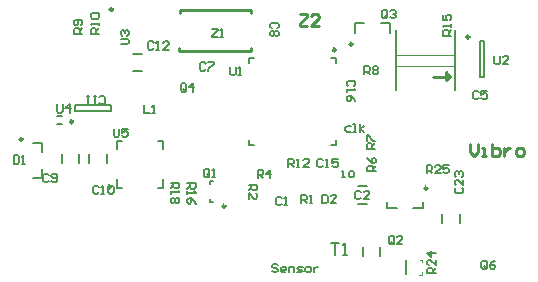
<source format=gto>
%FSLAX25Y25*%
%MOIN*%
G70*
G01*
G75*
G04 Layer_Color=65535*
%ADD10R,0.02165X0.05906*%
%ADD11R,0.03543X0.03150*%
%ADD12R,0.01969X0.02362*%
%ADD13R,0.01969X0.01969*%
%ADD14R,0.18110X0.16929*%
%ADD15R,0.06299X0.07874*%
%ADD16R,0.07480X0.10236*%
%ADD17R,0.02953X0.07087*%
%ADD18R,0.02362X0.01969*%
%ADD19R,0.04724X0.02362*%
%ADD20R,0.07480X0.09350*%
%ADD21R,0.07480X0.04626*%
%ADD22R,0.07874X0.05807*%
%ADD23R,0.08268X0.05807*%
%ADD24R,0.05433X0.01772*%
%ADD25R,0.03543X0.03543*%
%ADD26R,0.08071X0.08071*%
%ADD27O,0.00787X0.03543*%
%ADD28O,0.03543X0.00787*%
%ADD29R,0.02165X0.03937*%
%ADD30R,0.00984X0.04331*%
%ADD31R,0.04500X0.04500*%
%ADD32R,0.03937X0.14961*%
%ADD33R,0.06693X0.04331*%
%ADD34R,0.03150X0.03543*%
%ADD35R,0.04331X0.06693*%
%ADD36R,0.04331X0.01575*%
%ADD37R,0.05118X0.02362*%
%ADD38R,0.05118X0.02756*%
%ADD39R,0.02756X0.03543*%
%ADD40R,0.02362X0.04528*%
%ADD41R,0.02559X0.04331*%
%ADD42R,0.22441X0.22441*%
%ADD43O,0.03543X0.00984*%
%ADD44O,0.00984X0.03543*%
%ADD45C,0.01181*%
%ADD46C,0.00984*%
%ADD47C,0.01969*%
%ADD48C,0.01575*%
%ADD49R,0.07480X0.06890*%
%ADD50R,0.13780X0.06496*%
G04:AMPARAMS|DCode=51|XSize=59.06mil|YSize=59.06mil|CornerRadius=0mil|HoleSize=0mil|Usage=FLASHONLY|Rotation=90.000|XOffset=0mil|YOffset=0mil|HoleType=Round|Shape=Octagon|*
%AMOCTAGOND51*
4,1,8,0.01476,0.02953,-0.01476,0.02953,-0.02953,0.01476,-0.02953,-0.01476,-0.01476,-0.02953,0.01476,-0.02953,0.02953,-0.01476,0.02953,0.01476,0.01476,0.02953,0.0*
%
%ADD51OCTAGOND51*%

%ADD52R,0.15748X0.07874*%
%ADD53C,0.03937*%
%ADD54R,0.09055X0.07087*%
%ADD55C,0.04724*%
%ADD56C,0.06693*%
%ADD57C,0.02756*%
%ADD58C,0.02441*%
%ADD59C,0.03543*%
%ADD60C,0.01969*%
%ADD61R,0.03150X0.05512*%
%ADD62R,0.06890X0.05906*%
%ADD63R,0.03937X0.05906*%
%ADD64C,0.00787*%
%ADD65C,0.00394*%
%ADD66C,0.00606*%
%ADD67C,0.01000*%
%ADD68C,0.00591*%
D46*
X139567Y-60335D02*
G03*
X139567Y-60335I-492J0D01*
G01*
X34744Y-787D02*
G03*
X34744Y-787I-492J0D01*
G01*
X34055Y-59842D02*
G03*
X34055Y-59842I-492J0D01*
G01*
X72244Y-66339D02*
G03*
X72244Y-66339I-492J0D01*
G01*
X4626Y-44094D02*
G03*
X4626Y-44094I-492J0D01*
G01*
X153543Y-9941D02*
G03*
X153543Y-9941I-492J0D01*
G01*
X114665Y-12303D02*
G03*
X114665Y-12303I-492J0D01*
G01*
X21358Y-38189D02*
G03*
X21358Y-38189I-492J0D01*
G01*
X109055Y-14272D02*
G03*
X109055Y-14272I-492J0D01*
G01*
X57087Y-14665D02*
X80709D01*
X56890Y-14469D02*
X57087Y-14665D01*
X56890Y-14469D02*
Y-13681D01*
X80709Y-14665D02*
Y-13681D01*
X57087Y-886D02*
X80709D01*
X57087Y-2067D02*
Y-886D01*
X80709Y-1870D02*
Y-886D01*
D64*
X126181Y-66831D02*
X129429D01*
X126181D02*
Y-64862D01*
X134744Y-66831D02*
X137992D01*
Y-64862D01*
X132421Y-88976D02*
Y-84252D01*
X36024Y-60138D02*
X37894D01*
X36024D02*
Y-57284D01*
X49705Y-60138D02*
X51575D01*
Y-57284D01*
Y-47441D02*
Y-44587D01*
X49705D02*
X51575D01*
X36024D02*
X37894D01*
X36024Y-47441D02*
Y-44587D01*
X150295Y-71949D02*
Y-68799D01*
X144390Y-71949D02*
Y-68799D01*
X116437Y-59646D02*
X119587D01*
X116437Y-65551D02*
X119587D01*
X67027Y-64961D02*
X68209D01*
X67027D02*
Y-63779D01*
Y-57874D02*
X68209D01*
X67027Y-59055D02*
Y-57874D01*
X8268Y-45276D02*
X11024D01*
Y-48425D02*
Y-45276D01*
X8268Y-57087D02*
X11024D01*
Y-53937D01*
X158366Y-23327D02*
Y-11122D01*
X157185Y-23327D02*
Y-11122D01*
Y-23327D02*
X158366D01*
X157185Y-11122D02*
X158366D01*
X16043Y-38878D02*
X17618D01*
X16043Y-36122D02*
X17618D01*
X115354Y-8661D02*
Y-5118D01*
X118504D01*
X127165Y-8661D02*
Y-5118D01*
X124016D02*
X127165D01*
X21949Y-34449D02*
Y-32480D01*
X34154Y-34449D02*
Y-32480D01*
X21949Y-34449D02*
X34154D01*
X21949Y-32480D02*
X34154D01*
X107480Y-16831D02*
X109153D01*
Y-18504D02*
Y-16831D01*
X80020D02*
X81693D01*
X80020Y-18504D02*
Y-16831D01*
Y-45965D02*
X81693D01*
X80020D02*
Y-44291D01*
X107480Y-45965D02*
X109153D01*
Y-44291D01*
X26870Y-51968D02*
Y-48819D01*
X32776Y-51968D02*
Y-48819D01*
X17618Y-51968D02*
Y-48819D01*
X23524Y-51968D02*
Y-48819D01*
X41437Y-21358D02*
X44587D01*
X41437Y-15453D02*
X44587D01*
X118012Y-83071D02*
Y-79921D01*
X123917Y-83071D02*
Y-79921D01*
D65*
X137815Y-89095D02*
Y-88268D01*
X137776Y-89134D02*
X137815Y-89095D01*
X136870Y-89134D02*
X137776D01*
X137854Y-85000D02*
Y-84134D01*
X136988D02*
X137854D01*
X129528Y-16043D02*
X148819D01*
X129528Y-19587D02*
X148819D01*
D66*
X129134Y-27461D02*
Y-7776D01*
X148819Y-27461D02*
Y-7776D01*
D67*
X144882Y-23130D02*
X147244D01*
X145669Y-21555D02*
X147244Y-23130D01*
X145669Y-24311D02*
Y-21555D01*
Y-24311D02*
X146850Y-23130D01*
X141339D02*
X146850D01*
X153937Y-45769D02*
Y-48393D01*
X155249Y-49705D01*
X156561Y-48393D01*
Y-45769D01*
X157873Y-49705D02*
X159185D01*
X158529D01*
Y-47081D01*
X157873D01*
X161153Y-45769D02*
Y-49705D01*
X163120D01*
X163776Y-49049D01*
Y-48393D01*
Y-47737D01*
X163120Y-47081D01*
X161153D01*
X165088D02*
Y-49705D01*
Y-48393D01*
X165744Y-47737D01*
X166400Y-47081D01*
X167056D01*
X169680Y-49705D02*
X170992D01*
X171648Y-49049D01*
Y-47737D01*
X170992Y-47081D01*
X169680D01*
X169024Y-47737D01*
Y-49049D01*
X169680Y-49705D01*
X96949Y-2265D02*
X99573D01*
Y-2921D01*
X96949Y-5545D01*
Y-6201D01*
X99573D01*
X103508D02*
X100885D01*
X103508Y-3577D01*
Y-2921D01*
X102852Y-2265D01*
X101541D01*
X100885Y-2921D01*
D68*
X139370Y-55413D02*
Y-52658D01*
X140748D01*
X141207Y-53118D01*
Y-54036D01*
X140748Y-54495D01*
X139370D01*
X140288D02*
X141207Y-55413D01*
X143962D02*
X142125D01*
X143962Y-53577D01*
Y-53118D01*
X143503Y-52658D01*
X142584D01*
X142125Y-53118D01*
X146717Y-52658D02*
X144880D01*
Y-54036D01*
X145799Y-53577D01*
X146258D01*
X146717Y-54036D01*
Y-54954D01*
X146258Y-55413D01*
X145339D01*
X144880Y-54954D01*
X142307Y-88756D02*
X139552D01*
Y-87378D01*
X140011Y-86919D01*
X140930D01*
X141389Y-87378D01*
Y-88756D01*
Y-87838D02*
X142307Y-86919D01*
Y-84164D02*
Y-86001D01*
X140470Y-84164D01*
X140011D01*
X139552Y-84623D01*
Y-85542D01*
X140011Y-86001D01*
X142307Y-81868D02*
X139552D01*
X140930Y-83246D01*
Y-81409D01*
X159415Y-86746D02*
Y-84909D01*
X158956Y-84450D01*
X158038D01*
X157579Y-84909D01*
Y-86746D01*
X158038Y-87205D01*
X158956D01*
X158497Y-86286D02*
X159415Y-87205D01*
X158956D02*
X159415Y-86746D01*
X162170Y-84450D02*
X161252Y-84909D01*
X160334Y-85827D01*
Y-86746D01*
X160793Y-87205D01*
X161711D01*
X162170Y-86746D01*
Y-86286D01*
X161711Y-85827D01*
X160334D01*
X149180Y-60270D02*
X148721Y-60729D01*
Y-61647D01*
X149180Y-62106D01*
X151017D01*
X151476Y-61647D01*
Y-60729D01*
X151017Y-60270D01*
X151476Y-57515D02*
Y-59351D01*
X149640Y-57515D01*
X149180D01*
X148721Y-57974D01*
Y-58892D01*
X149180Y-59351D01*
Y-56596D02*
X148721Y-56137D01*
Y-55219D01*
X149180Y-54760D01*
X149640D01*
X150099Y-55219D01*
Y-55678D01*
Y-55219D01*
X150558Y-54760D01*
X151017D01*
X151476Y-55219D01*
Y-56137D01*
X151017Y-56596D01*
X1673Y-49410D02*
Y-52165D01*
X3051D01*
X3510Y-51706D01*
Y-49869D01*
X3051Y-49410D01*
X1673D01*
X4428Y-52165D02*
X5347D01*
X4887D01*
Y-49410D01*
X4428Y-49869D01*
X59120Y-27690D02*
Y-25854D01*
X58661Y-25395D01*
X57743D01*
X57284Y-25854D01*
Y-27690D01*
X57743Y-28150D01*
X58661D01*
X58202Y-27231D02*
X59120Y-28150D01*
X58661D02*
X59120Y-27690D01*
X61416Y-28150D02*
Y-25395D01*
X60039Y-26772D01*
X61875D01*
X104528Y-62501D02*
Y-65256D01*
X105905D01*
X106364Y-64797D01*
Y-62960D01*
X105905Y-62501D01*
X104528D01*
X109119Y-65256D02*
X107283D01*
X109119Y-63419D01*
Y-62960D01*
X108660Y-62501D01*
X107742D01*
X107283Y-62960D01*
X53995Y-58465D02*
X56750D01*
Y-59842D01*
X56291Y-60301D01*
X55373D01*
X54914Y-59842D01*
Y-58465D01*
Y-59383D02*
X53995Y-60301D01*
Y-61220D02*
Y-62138D01*
Y-61679D01*
X56750D01*
X56291Y-61220D01*
Y-63515D02*
X56750Y-63975D01*
Y-64893D01*
X56291Y-65352D01*
X55832D01*
X55373Y-64893D01*
X54914Y-65352D01*
X54454D01*
X53995Y-64893D01*
Y-63975D01*
X54454Y-63515D01*
X54914D01*
X55373Y-63975D01*
X55832Y-63515D01*
X56291D01*
X55373Y-63975D02*
Y-64893D01*
X59547Y-58661D02*
X62302D01*
Y-60039D01*
X61843Y-60498D01*
X60925D01*
X60466Y-60039D01*
Y-58661D01*
Y-59580D02*
X59547Y-60498D01*
Y-61416D02*
Y-62335D01*
Y-61876D01*
X62302D01*
X61843Y-61416D01*
X62302Y-65549D02*
X61843Y-64631D01*
X60925Y-63712D01*
X60006D01*
X59547Y-64171D01*
Y-65090D01*
X60006Y-65549D01*
X60466D01*
X60925Y-65090D01*
Y-63712D01*
X89730Y-86090D02*
X89271Y-85631D01*
X88353D01*
X87894Y-86090D01*
Y-86549D01*
X88353Y-87008D01*
X89271D01*
X89730Y-87467D01*
Y-87927D01*
X89271Y-88386D01*
X88353D01*
X87894Y-87927D01*
X92026Y-88386D02*
X91108D01*
X90649Y-87927D01*
Y-87008D01*
X91108Y-86549D01*
X92026D01*
X92485Y-87008D01*
Y-87467D01*
X90649D01*
X93404Y-88386D02*
Y-86549D01*
X94781D01*
X95240Y-87008D01*
Y-88386D01*
X96159D02*
X97536D01*
X97995Y-87927D01*
X97536Y-87467D01*
X96618D01*
X96159Y-87008D01*
X96618Y-86549D01*
X97995D01*
X99373Y-88386D02*
X100291D01*
X100751Y-87927D01*
Y-87008D01*
X100291Y-86549D01*
X99373D01*
X98914Y-87008D01*
Y-87927D01*
X99373Y-88386D01*
X101669Y-86549D02*
Y-88386D01*
Y-87467D01*
X102128Y-87008D01*
X102587Y-86549D01*
X103046D01*
X80020Y-59252D02*
X82775D01*
Y-60629D01*
X82315Y-61089D01*
X81397D01*
X80938Y-60629D01*
Y-59252D01*
Y-60170D02*
X80020Y-61089D01*
Y-63844D02*
Y-62007D01*
X81856Y-63844D01*
X82315D01*
X82775Y-63384D01*
Y-62466D01*
X82315Y-62007D01*
X48293Y-11877D02*
X47834Y-11418D01*
X46916D01*
X46457Y-11877D01*
Y-13714D01*
X46916Y-14173D01*
X47834D01*
X48293Y-13714D01*
X49212Y-14173D02*
X50130D01*
X49671D01*
Y-11418D01*
X49212Y-11877D01*
X53344Y-14173D02*
X51508D01*
X53344Y-12336D01*
Y-11877D01*
X52885Y-11418D01*
X51967D01*
X51508Y-11877D01*
X13352Y-55972D02*
X12893Y-55513D01*
X11975D01*
X11516Y-55972D01*
Y-57809D01*
X11975Y-58268D01*
X12893D01*
X13352Y-57809D01*
X14271D02*
X14730Y-58268D01*
X15648D01*
X16107Y-57809D01*
Y-55972D01*
X15648Y-55513D01*
X14730D01*
X14271Y-55972D01*
Y-56431D01*
X14730Y-56890D01*
X16107D01*
X29986Y-59909D02*
X29527Y-59450D01*
X28609D01*
X28150Y-59909D01*
Y-61746D01*
X28609Y-62205D01*
X29527D01*
X29986Y-61746D01*
X30905Y-62205D02*
X31823D01*
X31364D01*
Y-59450D01*
X30905Y-59909D01*
X33200D02*
X33660Y-59450D01*
X34578D01*
X35037Y-59909D01*
Y-61746D01*
X34578Y-62205D01*
X33660D01*
X33200Y-61746D01*
Y-59909D01*
X66896Y-56234D02*
Y-54397D01*
X66437Y-53938D01*
X65518D01*
X65059Y-54397D01*
Y-56234D01*
X65518Y-56693D01*
X66437D01*
X65977Y-55775D02*
X66896Y-56693D01*
X66437D02*
X66896Y-56234D01*
X67814Y-56693D02*
X68732D01*
X68273D01*
Y-53938D01*
X67814Y-54397D01*
X73819Y-19981D02*
Y-22277D01*
X74278Y-22736D01*
X75196D01*
X75656Y-22277D01*
Y-19981D01*
X76574Y-22736D02*
X77492D01*
X77033D01*
Y-19981D01*
X76574Y-20440D01*
X67815Y-7186D02*
X69652D01*
Y-7645D01*
X67815Y-9482D01*
Y-9941D01*
X69652D01*
X70570D02*
X71488D01*
X71029D01*
Y-7186D01*
X70570Y-7645D01*
X16142Y-32383D02*
Y-34679D01*
X16601Y-35138D01*
X17519D01*
X17978Y-34679D01*
Y-32383D01*
X20274Y-35138D02*
Y-32383D01*
X18897Y-33760D01*
X20733D01*
X37304Y-12303D02*
X39600D01*
X40059Y-11844D01*
Y-10926D01*
X39600Y-10467D01*
X37304D01*
X37763Y-9548D02*
X37304Y-9089D01*
Y-8171D01*
X37763Y-7711D01*
X38222D01*
X38682Y-8171D01*
Y-8630D01*
Y-8171D01*
X39141Y-7711D01*
X39600D01*
X40059Y-8171D01*
Y-9089D01*
X39600Y-9548D01*
X97539Y-65354D02*
Y-62599D01*
X98917D01*
X99376Y-63059D01*
Y-63977D01*
X98917Y-64436D01*
X97539D01*
X98458D02*
X99376Y-65354D01*
X100294D02*
X101213D01*
X100754D01*
Y-62599D01*
X100294Y-63059D01*
X82972Y-56890D02*
Y-54135D01*
X84350D01*
X84809Y-54594D01*
Y-55512D01*
X84350Y-55971D01*
X82972D01*
X83891D02*
X84809Y-56890D01*
X87105D02*
Y-54135D01*
X85728Y-55512D01*
X87564D01*
X118602Y-22441D02*
Y-19686D01*
X119980D01*
X120439Y-20145D01*
Y-21063D01*
X119980Y-21523D01*
X118602D01*
X119521D02*
X120439Y-22441D01*
X121357Y-20145D02*
X121817Y-19686D01*
X122735D01*
X123194Y-20145D01*
Y-20604D01*
X122735Y-21063D01*
X123194Y-21523D01*
Y-21982D01*
X122735Y-22441D01*
X121817D01*
X121357Y-21982D01*
Y-21523D01*
X121817Y-21063D01*
X121357Y-20604D01*
Y-20145D01*
X121817Y-21063D02*
X122735D01*
X30118Y-8858D02*
X27363D01*
Y-7481D01*
X27822Y-7022D01*
X28741D01*
X29200Y-7481D01*
Y-8858D01*
Y-7940D02*
X30118Y-7022D01*
Y-6103D02*
Y-5185D01*
Y-5644D01*
X27363D01*
X27822Y-6103D01*
Y-3807D02*
X27363Y-3348D01*
Y-2430D01*
X27822Y-1971D01*
X29659D01*
X30118Y-2430D01*
Y-3348D01*
X29659Y-3807D01*
X27822D01*
X111024Y-56595D02*
X111942D01*
X111483D01*
Y-54758D01*
X111024D01*
X113779Y-56595D02*
X114697D01*
X115156Y-56135D01*
Y-55217D01*
X114697Y-54758D01*
X113779D01*
X113320Y-55217D01*
Y-56135D01*
X113779Y-56595D01*
X114006Y-39724D02*
X112628D01*
X112169Y-40183D01*
Y-41101D01*
X112628Y-41561D01*
X114006D01*
X114924D02*
X115842D01*
X115383D01*
Y-38805D01*
X114924D01*
X117220Y-41561D02*
Y-38805D01*
Y-40642D02*
X118597Y-39724D01*
X117220Y-40642D02*
X118597Y-41561D01*
X114993Y-26344D02*
X115452Y-25885D01*
Y-24967D01*
X114993Y-24508D01*
X113156D01*
X112697Y-24967D01*
Y-25885D01*
X113156Y-26344D01*
X112697Y-27263D02*
Y-28181D01*
Y-27722D01*
X115452D01*
X114993Y-27263D01*
X115452Y-31395D02*
X114993Y-30477D01*
X114074Y-29559D01*
X113156D01*
X112697Y-30018D01*
Y-30936D01*
X113156Y-31395D01*
X113615D01*
X114074Y-30936D01*
Y-29559D01*
X104691Y-51051D02*
X104232Y-50591D01*
X103314D01*
X102854Y-51051D01*
Y-52887D01*
X103314Y-53347D01*
X104232D01*
X104691Y-52887D01*
X105609Y-53347D02*
X106528D01*
X106069D01*
Y-50591D01*
X105609Y-51051D01*
X109742Y-50591D02*
X107905D01*
Y-51969D01*
X108824Y-51510D01*
X109283D01*
X109742Y-51969D01*
Y-52887D01*
X109283Y-53347D01*
X108364D01*
X107905Y-52887D01*
X91010Y-63748D02*
X90551Y-63288D01*
X89632D01*
X89173Y-63748D01*
Y-65584D01*
X89632Y-66043D01*
X90551D01*
X91010Y-65584D01*
X91928Y-66043D02*
X92847D01*
X92387D01*
Y-63288D01*
X91928Y-63748D01*
X65616Y-18866D02*
X65157Y-18406D01*
X64239D01*
X63779Y-18866D01*
Y-20702D01*
X64239Y-21161D01*
X65157D01*
X65616Y-20702D01*
X66535Y-18406D02*
X68371D01*
Y-18866D01*
X66535Y-20702D01*
Y-21161D01*
X89516Y-6982D02*
X89976Y-6523D01*
Y-5605D01*
X89516Y-5146D01*
X87680D01*
X87221Y-5605D01*
Y-6523D01*
X87680Y-6982D01*
X89516Y-7901D02*
X89976Y-8360D01*
Y-9278D01*
X89516Y-9737D01*
X89057D01*
X88598Y-9278D01*
X88139Y-9737D01*
X87680D01*
X87221Y-9278D01*
Y-8360D01*
X87680Y-7901D01*
X88139D01*
X88598Y-8360D01*
X89057Y-7901D01*
X89516D01*
X88598Y-8360D02*
Y-9278D01*
X126246Y-3281D02*
Y-1444D01*
X125787Y-985D01*
X124869D01*
X124409Y-1444D01*
Y-3281D01*
X124869Y-3740D01*
X125787D01*
X125328Y-2822D02*
X126246Y-3740D01*
X125787D02*
X126246Y-3281D01*
X127164Y-1444D02*
X127624Y-985D01*
X128542D01*
X129001Y-1444D01*
Y-1904D01*
X128542Y-2363D01*
X128083D01*
X128542D01*
X129001Y-2822D01*
Y-3281D01*
X128542Y-3740D01*
X127624D01*
X127164Y-3281D01*
X35039Y-40454D02*
Y-42750D01*
X35498Y-43209D01*
X36417D01*
X36876Y-42750D01*
Y-40454D01*
X39631D02*
X37794D01*
Y-41831D01*
X38713Y-41372D01*
X39172D01*
X39631Y-41831D01*
Y-42750D01*
X39172Y-43209D01*
X38254D01*
X37794Y-42750D01*
X30152Y-31823D02*
X30611Y-32283D01*
X31529D01*
X31988Y-31823D01*
Y-29987D01*
X31529Y-29528D01*
X30611D01*
X30152Y-29987D01*
X29233Y-29528D02*
X28315D01*
X28774D01*
Y-32283D01*
X29233Y-31823D01*
X26937Y-29528D02*
X26019D01*
X26478D01*
Y-32283D01*
X26937Y-31823D01*
X24541Y-8850D02*
X21786D01*
Y-7473D01*
X22245Y-7014D01*
X23163D01*
X23622Y-7473D01*
Y-8850D01*
Y-7932D02*
X24541Y-7014D01*
X24082Y-6095D02*
X24541Y-5636D01*
Y-4718D01*
X24082Y-4259D01*
X22245D01*
X21786Y-4718D01*
Y-5636D01*
X22245Y-6095D01*
X22704D01*
X23163Y-5636D01*
Y-4259D01*
X107480Y-78741D02*
X110104D01*
X108792D01*
Y-82677D01*
X111416D02*
X112728D01*
X112072D01*
Y-78741D01*
X111416Y-79397D01*
X122063Y-47252D02*
X119308D01*
Y-45874D01*
X119767Y-45415D01*
X120686D01*
X121145Y-45874D01*
Y-47252D01*
Y-46334D02*
X122063Y-45415D01*
X119308Y-44497D02*
Y-42660D01*
X119767D01*
X121604Y-44497D01*
X122063D01*
X122343Y-54724D02*
X119588D01*
Y-53347D01*
X120047Y-52888D01*
X120965D01*
X121424Y-53347D01*
Y-54724D01*
Y-53806D02*
X122343Y-52888D01*
X119588Y-50133D02*
X120047Y-51051D01*
X120965Y-51969D01*
X121883D01*
X122343Y-51510D01*
Y-50592D01*
X121883Y-50133D01*
X121424D01*
X120965Y-50592D01*
Y-51969D01*
X128510Y-78576D02*
Y-76740D01*
X128051Y-76280D01*
X127132D01*
X126673Y-76740D01*
Y-78576D01*
X127132Y-79035D01*
X128051D01*
X127592Y-78117D02*
X128510Y-79035D01*
X128051D02*
X128510Y-78576D01*
X131265Y-79035D02*
X129428D01*
X131265Y-77199D01*
Y-76740D01*
X130806Y-76280D01*
X129887D01*
X129428Y-76740D01*
X117388Y-61681D02*
X116929Y-61221D01*
X116010D01*
X115551Y-61681D01*
Y-63517D01*
X116010Y-63976D01*
X116929D01*
X117388Y-63517D01*
X120143Y-63976D02*
X118306D01*
X120143Y-62140D01*
Y-61681D01*
X119684Y-61221D01*
X118765D01*
X118306Y-61681D01*
X156659Y-28314D02*
X156200Y-27855D01*
X155282D01*
X154823Y-28314D01*
Y-30151D01*
X155282Y-30610D01*
X156200D01*
X156659Y-30151D01*
X159415Y-27855D02*
X157578D01*
Y-29233D01*
X158496Y-28774D01*
X158955D01*
X159415Y-29233D01*
Y-30151D01*
X158955Y-30610D01*
X158037D01*
X157578Y-30151D01*
X147539Y-9449D02*
X144784D01*
Y-8071D01*
X145244Y-7612D01*
X146162D01*
X146621Y-8071D01*
Y-9449D01*
Y-8530D02*
X147539Y-7612D01*
Y-6694D02*
Y-5776D01*
Y-6235D01*
X144784D01*
X145244Y-6694D01*
X144784Y-2561D02*
Y-4398D01*
X146162D01*
X145703Y-3480D01*
Y-3020D01*
X146162Y-2561D01*
X147080D01*
X147539Y-3020D01*
Y-3939D01*
X147080Y-4398D01*
X161909Y-16241D02*
Y-18537D01*
X162369Y-18996D01*
X163287D01*
X163746Y-18537D01*
Y-16241D01*
X166501Y-18996D02*
X164664D01*
X166501Y-17159D01*
Y-16700D01*
X166042Y-16241D01*
X165124D01*
X164664Y-16700D01*
X45177Y-32678D02*
Y-35433D01*
X47014D01*
X47932D02*
X48851D01*
X48391D01*
Y-32678D01*
X47932Y-33137D01*
X93209Y-53347D02*
Y-50591D01*
X94586D01*
X95045Y-51051D01*
Y-51969D01*
X94586Y-52428D01*
X93209D01*
X94127D02*
X95045Y-53347D01*
X95964D02*
X96882D01*
X96423D01*
Y-50591D01*
X95964Y-51051D01*
X100096Y-53347D02*
X98260D01*
X100096Y-51510D01*
Y-51051D01*
X99637Y-50591D01*
X98719D01*
X98260Y-51051D01*
M02*

</source>
